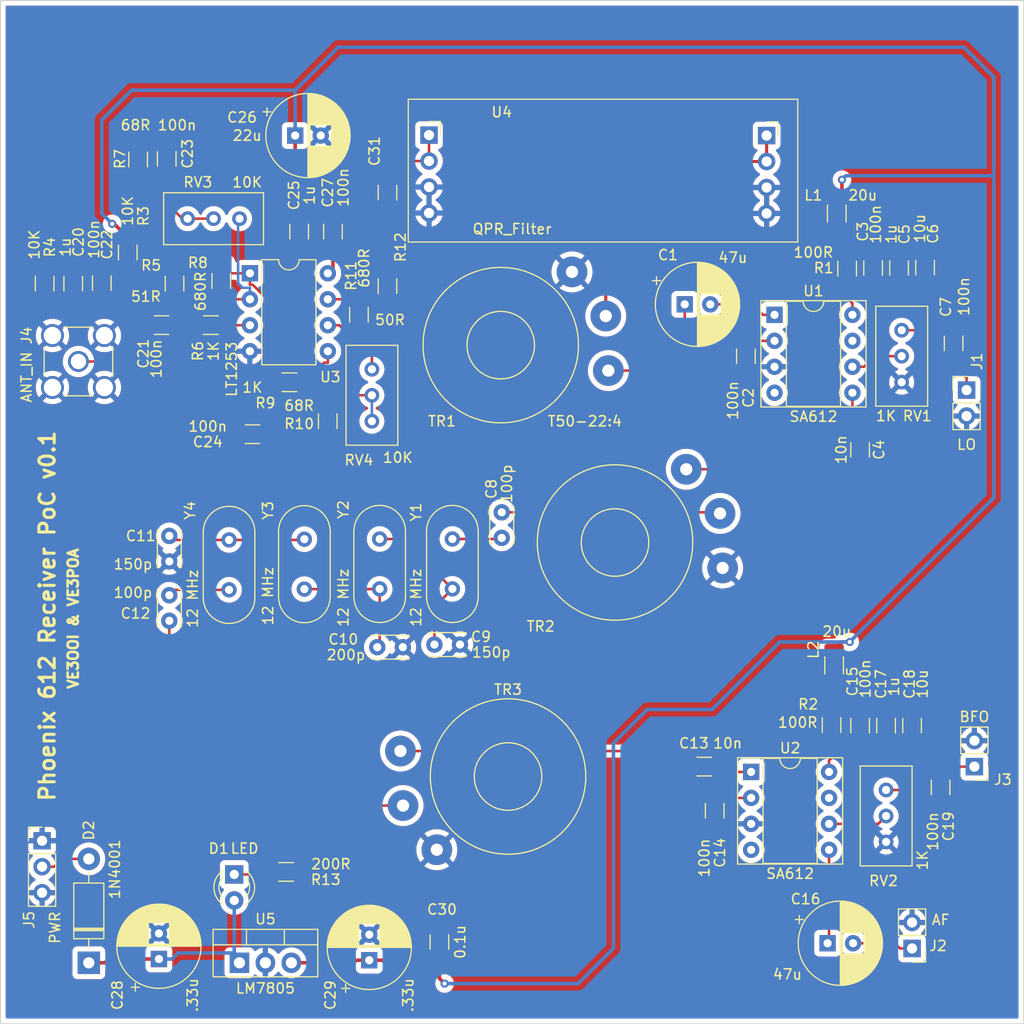
<source format=kicad_pcb>
(kicad_pcb (version 20211014) (generator pcbnew)
  (layers (0 "F.Cu" signal) (31 "B.Cu" signal) (34 "B.Paste" user) (35 "F.Paste" user) (36 "B.SilkS" user "B.Silkscreen") (37 "F.SilkS" user "F.Silkscreen") (38 "B.Mask" user) (39 "F.Mask" user) (44 "Edge.Cuts" user))
  (net 0 "")
  (net 1 "IFRFIN")
  (net 2 "Net-(C1-Pad1)")
  (net 3 "GND")
  (net 4 "Net-(C2-Pad1)")
  (net 5 "Net-(C3-Pad1)")
  (net 6 "RX5V")
  (net 7 "Net-(C10-Pad1)")
  (net 8 "Net-(C11-Pad1)")
  (net 9 "Net-(C12-Pad1)")
  (net 10 "Net-(C12-Pad2)")
  (net 11 "Net-(C15-Pad1)")
  (net 12 "Net-(C16-Pad1)")
  (net 13 "Net-(C19-Pad1)")
  (net 14 "Net-(C20-Pad1)")
  (net 15 "Net-(C21-Pad1)")
  (net 16 "Net-(C21-Pad2)")
  (net 17 "Net-(C23-Pad1)")
  (net 18 "Net-(C24-Pad1)")
  (net 19 "IFAFOUT")
  (net 20 "12V")
  (net 21 "Net-(L1-Pad2)")
  (net 22 "Net-(L2-Pad2)")
  (net 23 "Net-(R6-Pad2)")
  (net 24 "Net-(R7-Pad1)")
  (net 25 "Net-(R8-Pad1)")
  (net 26 "Net-(R8-Pad2)")
  (net 27 "Net-(R9-Pad2)")
  (net 28 "Net-(C1-Pad2)")
  (net 29 "Net-(C4-Pad1)")
  (net 30 "Net-(C4-Pad2)")
  (net 31 "Net-(C7-Pad1)")
  (net 32 "Net-(C7-Pad2)")
  (net 33 "Net-(C8-Pad1)")
  (net 34 "Net-(C8-Pad2)")
  (net 35 "Net-(C9-Pad1)")
  (net 36 "Net-(C13-Pad1)")
  (net 37 "Net-(C13-Pad2)")
  (net 38 "Net-(C14-Pad1)")
  (net 39 "Net-(C19-Pad2)")
  (net 40 "Net-(D1-Pad1)")
  (net 41 "Net-(D2-Pad2)")
  (net 42 "Net-(R10-Pad1)")
  (net 43 "Net-(R11-Pad1)")
  (net 44 "Net-(R11-Pad2)")
  (net 45 "Net-(R12-Pad2)")
  (net 46 "Net-(RV1-Pad2)")
  (net 47 "Net-(RV2-Pad2)")
  (net 52 "Net-(U4-Pad1)")
  (footprint "Custom_RF:QRPLabs_Filter_TH" (layer "F.Cu") (at 76.708 36.576)
    (fp_text reference "U4")
    (fp_text value "QPR_Filter")
  )
  (footprint "Custom_RF:T50-1Tap-Close" (layer "F.Cu") (at 62.738 92.456)
    (fp_text reference "TR3")
    (fp_text value "T50-18:7")
  )
  (footprint "Potentiometer_THT:Potentiometer_Bourns_3296W_Vertical" (layer "F.Cu") (at 111.252 95.25 90)
    (fp_text reference "RV2")
    (fp_text value "1K")
  )
  (footprint "Capacitor_SMD:C_1206_3216Metric" (layer "F.Cu") (at 112.522 44.196 90)
    (fp_text reference "C5")
    (fp_text value "1u")
  )
  (footprint "Capacitor_SMD:C_1206_3216Metric" (layer "F.Cu") (at 108.712 61.976 -90)
    (fp_text reference "C4")
    (fp_text value "10n")
  )
  (footprint "Capacitor_SMD:C_1206_3216Metric" (layer "F.Cu") (at 115.062 44.147 90)
    (fp_text reference "C6")
    (fp_text value "10u")
  )
  (footprint "Capacitor_THT:CP_Radial_D8.0mm_P2.50mm" (layer "F.Cu") (at 40.132 111.779351 90)
    (fp_text reference "C28")
    (fp_text value ".33u")
  )
  (footprint "Resistor_SMD:R_1206_3216Metric" (layer "F.Cu") (at 38.1 33.5895 90)
    (fp_text reference "R7")
    (fp_text value "68R")
  )
  (footprint "Connector_PinHeader_2.54mm:PinHeader_1x02_P2.54mm_Vertical" (layer "F.Cu") (at 119.126 56.134)
    (fp_text reference "J1")
    (fp_text value "LO")
  )
  (footprint "Resistor_SMD:R_1206_3216Metric" (layer "F.Cu") (at 45.212 49.784)
    (fp_text reference "R6")
    (fp_text value "1K")
  )
  (footprint "Capacitor_SMD:C_1206_3216Metric" (layer "F.Cu") (at 34.544 45.671 -90)
    (fp_text reference "C22")
    (fp_text value "100n")
  )
  (footprint "Capacitor_SMD:C_1206_3216Metric" (layer "F.Cu") (at 67.564 110.118651 90)
    (fp_text reference "C30")
    (fp_text value "0.1u")
  )
  (footprint "Resistor_SMD:R_1206_3216Metric" (layer "F.Cu") (at 59.69 48.768 -90)
    (fp_text reference "R11")
    (fp_text value "680R")
  )
  (footprint "Capacitor_SMD:C_1206_3216Metric" (layer "F.Cu") (at 117.856 51.562 90)
    (fp_text reference "C7")
    (fp_text value "100n")
  )
  (footprint "Crystal:Crystal_HC49-4H_Vertical" (layer "F.Cu") (at 54.356 75.602 90)
    (fp_text reference "Y3")
    (fp_text value "12 MHz")
  )
  (footprint "Capacitor_SMD:C_1206_3216Metric" (layer "F.Cu") (at 31.75 45.72 -90)
    (fp_text reference "C20")
    (fp_text value "1u")
  )
  (footprint "Resistor_SMD:R_1206_3216Metric" (layer "F.Cu") (at 37.084 42.672 -90)
    (fp_text reference "R3")
    (fp_text value "10K")
  )
  (footprint "Connector_PinHeader_2.54mm:PinHeader_1x03_P2.54mm_Vertical" (layer "F.Cu") (at 28.702 100.212651)
    (fp_text reference "J5")
    (fp_text value "PWR")
  )
  (footprint "Package_DIP:DIP-8_W7.62mm_Socket" (layer "F.Cu") (at 100.34 48.778)
    (fp_text reference "U1")
    (fp_text value "SA612")
  )
  (footprint "Capacitor_THT:C_Disc_D3.4mm_W2.1mm_P2.50mm" (layer "F.Cu") (at 61.488 81.28)
    (fp_text reference "C10")
    (fp_text value "200p")
  )
  (footprint "Capacitor_SMD:C_1206_3216Metric" (layer "F.Cu") (at 111.252 88.949 90)
    (fp_text reference "C17")
    (fp_text value "1u")
  )
  (footprint "Capacitor_SMD:C_1206_3216Metric" (layer "F.Cu") (at 62.484 36.83 90)
    (fp_text reference "C31")
    (fp_text value "100n")
  )
  (footprint "Crystal:Crystal_HC49-4H_Vertical" (layer "F.Cu") (at 68.834 70.702 -90)
    (fp_text reference "Y1")
    (fp_text value "12 MHz")
  )
  (footprint "Capacitor_THT:CP_Radial_D8.0mm_P2.50mm" (layer "F.Cu") (at 53.4573 31.242)
    (fp_text reference "C26")
    (fp_text value "22u")
  )
  (footprint "Capacitor_THT:C_Disc_D3.4mm_W2.1mm_P2.50mm" (layer "F.Cu") (at 41.148 70.398 -90)
    (fp_text reference "C11")
    (fp_text value "150p")
  )
  (footprint "Capacitor_THT:CP_Radial_D8.0mm_P2.50mm" (layer "F.Cu") (at 105.5273 110.236)
    (fp_text reference "C16")
    (fp_text value "47u")
  )
  (footprint "Diode_THT:D_DO-41_SOD81_P10.16mm_Horizontal" (layer "F.Cu") (at 33.274 112.150651 90)
    (fp_text reference "D2")
    (fp_text value "1N4001")
  )
  (footprint "Resistor_SMD:R_1206_3216Metric" (layer "F.Cu") (at 105.918 88.9 -90)
    (fp_text reference "R2")
    (fp_text value "100R")
  )
  (footprint "Resistor_SMD:R_1206_3216Metric" (layer "F.Cu") (at 41.656 45.72 90)
    (fp_text reference "R5")
    (fp_text value "51R")
  )
  (footprint "Capacitor_SMD:C_1206_3216Metric" (layer "F.Cu") (at 57.15 40.64 90)
    (fp_text reference "C27")
    (fp_text value "100n")
  )
  (footprint "Resistor_SMD:R_1206_3216Metric" (layer "F.Cu") (at 62.484 45.974 90)
    (fp_text reference "R12")
    (fp_text value "50R")
  )
  (footprint "Connector_Coaxial:SMA_Amphenol_901-144_Vertical" (layer "F.Cu") (at 32.258 53.34)
    (fp_text reference "J4")
    (fp_text value "ANT_IN")
  )
  (footprint "Resistor_SMD:R_1206_3216Metric" (layer "F.Cu") (at 52.8935 55.372)
    (fp_text reference "R9")
    (fp_text value "1K")
  )
  (footprint "Resistor_SMD:R_1206_3216Metric" (layer "F.Cu") (at 28.956 45.72 -90)
    (fp_text reference "R4")
    (fp_text value "10K")
  )
  (footprint "Capacitor_SMD:C_1206_3216Metric" (layer "F.Cu") (at 40.386 49.784)
    (fp_text reference "C21")
    (fp_text value "100n")
  )
  (footprint "Capacitor_THT:C_Disc_D3.4mm_W2.1mm_P2.50mm" (layer "F.Cu") (at 41.148 76.2 -90)
    (fp_text reference "C12")
    (fp_text value "100p")
  )
  (footprint "Package_DIP:DIP-8_W7.62mm" (layer "F.Cu") (at 49.032 44.714)
    (fp_text reference "U3")
    (fp_text value "LT1253")
  )
  (footprint "Resistor_SMD:R_1206_3216Metric" (layer "F.Cu") (at 107.442 44.2575 -90)
    (fp_text reference "R1")
    (fp_text value "100R")
  )
  (footprint "Package_DIP:DIP-8_W7.62mm_Socket" (layer "F.Cu") (at 98.054 93.482)
    (fp_text reference "U2")
    (fp_text value "SA612")
  )
  (footprint "Capacitor_SMD:C_1206_3216Metric" (layer "F.Cu") (at 53.848 40.64 90)
    (fp_text reference "C25")
    (fp_text value "1u")
  )
  (footprint "Resistor_SMD:R_1206_3216Metric" (layer "F.Cu") (at 56.642 59.182 -90)
    (fp_text reference "R10")
    (fp_text value "68R")
  )
  (footprint "Resistor_SMD:R_1206_3216Metric" (layer "F.Cu") (at 52.578 103.260651)
    (fp_text reference "R13")
    (fp_text value "200R")
  )
  (footprint "LED_THT:LED_D3.0mm" (layer "F.Cu") (at 47.498 103.509651 -90)
    (fp_text reference "D1")
    (fp_text value "LED")
  )
  (footprint "Potentiometer_THT:Potentiometer_Bourns_3296W_Vertical" (layer "F.Cu") (at 112.776 50.282 90)
    (fp_text reference "RV1")
    (fp_text value "1K")
  )
  (footprint "Crystal:Crystal_HC49-4H_Vertical" (layer "F.Cu") (at 46.99 70.792 -90)
    (fp_text reference "Y4")
    (fp_text value "12 MHz")
  )
  (footprint "Inductor_SMD:L_1206_3216Metric" (layer "F.Cu") (at 106.172 83.058 -90)
    (fp_text reference "L2")
    (fp_text value "20u")
  )
  (footprint "Custom_RF:T50-1Tap-Close" (layer "F.Cu") (at 85.104 53.213 180)
    (fp_text reference "TR1")
    (fp_text value "T50-22:4")
  )
  (footprint "Capacitor_SMD:C_1206_3216Metric" (layer "F.Cu") (at 109.982 44.196 90)
    (fp_text reference "C3")
    (fp_text value "100n")
  )
  (footprint "Resistor_SMD:R_1206_3216Metric" (layer "F.Cu") (at 46.228 45.466 90)
    (fp_text reference "R8")
    (fp_text value "680R")
  )
  (footprint "Capacitor_THT:CP_Radial_D8.0mm_P2.50mm" (layer "F.Cu") (at 91.5573 47.752)
    (fp_text reference "C1")
    (fp_text value "47u")
  )
  (footprint "Capacitor_SMD:C_1206_3216Metric" (layer "F.Cu") (at 40.894 33.528 -90)
    (fp_text reference "C23")
    (fp_text value "100n")
  )
  (footprint "Capacitor_THT:CP_Radial_D8.0mm_P2.50mm" (layer "F.Cu") (at 60.706 111.896651 90)
    (fp_text reference "C29")
    (fp_text value ".33u")
  )
  (footprint "Capacitor_SMD:C_1206_3216Metric" (layer "F.Cu") (at 116.586 94.996 -90)
    (fp_text reference "C19")
    (fp_text value "100n")
  )
  (footprint "Crystal:Crystal_HC49-4H_Vertical" (layer "F.Cu") (at 61.722 70.702 -90)
    (fp_text reference "Y2")
    (fp_text value "12 MHz")
  )
  (footprint "Capacitor_SMD:C_1206_3216Metric" (layer "F.Cu") (at 97.536 52.832 -90)
    (fp_text reference "C2")
    (fp_text value "100n")
  )
  (footprint "Capacitor_SMD:C_1206_3216Metric" (layer "F.Cu") (at 49.276 60.452 180)
    (fp_text reference "C24")
    (fp_text value "100n")
  )
  (footprint "Potentiometer_THT:Potentiometer_Bourns_3296W_Vertical" (layer "F.Cu") (at 48.016 39.37)
    (fp_text reference "RV3")
    (fp_text value "10K")
  )
  (footprint "Capacitor_SMD:C_1206_3216Metric" (layer "F.Cu") (at 108.712 88.949 90)
    (fp_text reference "C15")
    (fp_text value "100n")
  )
  (footprint "Capacitor_SMD:C_1206_3216Metric" (layer "F.Cu") (at 94.488 97.282 -90)
    (fp_text reference "C14")
    (fp_text value "100n")
  )
  (footprint "Connector_PinHeader_2.54mm:PinHeader_1x02_P2.54mm_Vertical" (layer "F.Cu") (at 119.888 92.964 180)
    (fp_text reference "J3")
    (fp_text value "BFO")
  )
  (footprint "Inductor_SMD:L_1206_3216Metric" (layer "F.Cu") (at 106.426 38.862 -90)
    (fp_text reference "L1")
    (fp_text value "20u")
  )
  (footprint "Package_TO_SOT_THT:TO-220-3_Vertical" (layer "F.Cu") (at 48.006 112.150651)
    (fp_text reference "U5")
    (fp_text value "LM7805")
  )
  (footprint "Connector_PinHeader_2.54mm:PinHeader_1x02_P2.54mm_Vertical" (layer "F.Cu") (at 113.792 110.749 180)
    (fp_text reference "J2")
    (fp_text value "AF")
  )
  (footprint "Capacitor_SMD:C_1206_3216Metric" (layer "F.Cu") (at 113.792 88.949 90)
    (fp_text reference "C18")
    (fp_text value "10u")
  )
  (footprint "Capacitor_THT:C_Disc_D3.4mm_W2.1mm_P2.50mm" (layer "F.Cu") (at 73.66 68.092 -90)
    (fp_text reference "C8")
    (fp_text value "100p")
  )
  (footprint "Potentiometer_THT:Potentiometer_Bourns_3296W_Vertical" (layer "F.Cu") (at 60.96 54.102 90)
    (fp_text reference "RV4")
    (fp_text value "10K")
  )
  (footprint "Capacitor_SMD:C_1206_3216Metric" (layer "F.Cu") (at 93.472 92.964)
    (fp_text reference "C13")
    (fp_text value "10n")
  )
  (footprint "Capacitor_THT:C_Disc_D3.4mm_W2.1mm_P2.50mm" (layer "F.Cu") (at 67.076 81.026)
    (fp_text reference "C9")
    (fp_text value "150p")
  )
  (footprint "Custom_RF:T50-1Tap-Close" (layer "F.Cu") (at 96.28 72.517 180)
    (fp_text reference "TR2")
    (fp_text value "T50-18:7")
  )
  (gr_rect (start 24.638 18.034) (end 124.714 118.11) (layer "Edge.Cuts") (width 0.1) (fill none))
  (gr_text "VE3OOI & VE3POA" (at 31.75 78.486 90) (layer "F.SilkS") (effects (font (size 1 1) (thickness 0.25))))
  (gr_text "Phoenix 612 Receiver PoC v0.1" (at 29.21 78.232 90) (layer "F.SilkS") (effects (font (size 1.5 1.5) (thickness 0.3))))
  (segment (start 83.834 45.96) (end 93.472 36.322) (width 0.3) (layer "F.Cu") (net 1))
  (segment (start 83.834 48.895) (end 83.834 45.96) (width 0.3) (layer "F.Cu") (net 1))
  (segment (start 94.996 33.782) (end 99.568 33.782) (width 0.3) (layer "F.Cu") (net 1))
  (segment (start 93.472 35.306) (end 94.996 33.782) (width 0.3) (layer "F.Cu") (net 1))
  (segment (start 93.472 36.322) (end 93.472 35.306) (width 0.3) (layer "F.Cu") (net 1))
  (segment (start 99.568 31.242) (end 99.568 33.782) (width 0.3) (layer "F.Cu") (net 1))
  (segment (start 88.011 54.229) (end 91.5573 50.6827) (width 0.25) (layer "F.Cu") (net 2))
  (segment (start 91.5573 50.6827) (end 91.5573 47.752) (width 0.25) (layer "F.Cu") (net 2))
  (segment (start 84.088 54.229) (end 88.011 54.229) (width 0.25) (layer "F.Cu") (net 2))
  (segment (start 112.522 42.721) (end 109.982 42.721) (width 0.25) (layer "F.Cu") (net 3))
  (segment (start 115.062 42.721) (end 115.062 42.672) (width 0.25) (layer "F.Cu") (net 3))
  (segment (start 30.2728 47.1825) (end 28.956 47.1825) (width 0.25) (layer "F.Cu") (net 3))
  (segment (start 111.252 87.474) (end 108.712 87.474) (width 0.25) (layer "F.Cu") (net 3))
  (segment (start 30.2853 47.195) (end 31.75 47.195) (width 0.25) (layer "F.Cu") (net 3))
  (segment (start 34.544 47.146) (end 31.799 47.146) (width 0.25) (layer "F.Cu") (net 3))
  (segment (start 57.15 39.165) (end 53.848 39.165) (width 0.25) (layer "F.Cu") (net 3))
  (segment (start 113.792 87.474) (end 111.4287 87.474) (width 0.25) (layer "F.Cu") (net 3))
  (segment (start 111.4287 87.474) (end 111.252 87.474) (width 0.25) (layer "F.Cu") (net 3))
  (segment (start 30.2853 47.195) (end 30.2728 47.1825) (width 0.25) (layer "F.Cu") (net 3))
  (segment (start 115.062 42.721) (end 112.522 42.721) (width 0.25) (layer "F.Cu") (net 3))
  (segment (start 31.799 47.146) (end 31.75 47.195) (width 0.25) (layer "F.Cu") (net 3))
  (segment (start 97.575 51.318) (end 97.536 51.357) (width 0.25) (layer "F.Cu") (net 4))
  (segment (start 100.34 51.318) (end 97.575 51.318) (width 0.25) (layer "F.Cu") (net 4))
  (segment (start 112.522 45.671) (end 109.982 45.671) (width 0.25) (layer "F.Cu") (net 5))
  (segment (start 115.062 45.622) (end 112.571 45.622) (width 0.25) (layer "F.Cu") (net 5))
  (segment (start 107.491 45.671) (end 107.442 45.72) (width 0.25) (layer "F.Cu") (net 5))
  (segment (start 109.982 45.671) (end 107.491 45.671) (width 0.25) (layer "F.Cu") (net 5))
  (segment (start 107.442 47.1349) (end 107.442 45.72) (width 0.25) (layer "F.Cu") (net 5))
  (segment (start 112.571 45.622) (end 112.522 45.671) (width 0.25) (layer "F.Cu") (net 5))
  (segment (start 107.96 48.778) (end 107.96 47.6529) (width 0.25) (layer "F.Cu") (net 5))
  (segment (start 107.96 47.6529) (end 107.442 47.1349) (width 0.25) (layer "F.Cu") (net 5))
  (segment (start 60.706 111.896651) (end 61.9811 111.896651) (width 0.35) (layer "F.Cu") (net 6))
  (segment (start 53.4573 35.1887) (end 51.562 37.084) (width 0.35) (layer "F.Cu") (net 6))
  (segment (start 62.7186 112.634151) (end 61.9811 111.896651) (width 0.35) (layer "F.Cu") (net 6))
  (segment (start 53.086 112.150651) (end 59.1769 112.150651) (width 0.35) (layer "F.Cu") (net 6))
  (segment (start 60.706 111.896651) (end 59.4309 111.896651) (width 0.35) (layer "F.Cu") (net 6))
  (segment (start 106.934 35.56) (end 106.934 36.779) (width 0.35) (layer "F.Cu") (net 6))
  (segment (start 35.56 39.878) (end 35.7525 39.878) (width 0.35) (layer "F.Cu") (net 6))
  (segment (start 107.696 80.772) (end 106.883 80.772) (width 0.35) (layer "F.Cu") (net 6))
  (segment (start 35.7525 39.878) (end 37.084 41.2095) (width 0.35) (layer "F.Cu") (net 6))
  (segment (start 53.848 42.115) (end 57.15 42.115) (width 0.35) (layer "F.Cu") (net 6))
  (segment (start 57.15 44.216) (end 56.652 44.714) (width 0.35) (layer "F.Cu") (net 6))
  (segment (start 53.4573 31.242) (end 53.4573 35.1887) (width 0.35) (layer "F.Cu") (net 6))
  (segment (start 53.799 42.164) (end 53.848 42.115) (width 0.35) (layer "F.Cu") (net 6))
  (segment (start 67.564 112.634151) (end 67.564 113.674651) (width 0.35) (layer "F.Cu") (net 6))
  (segment (start 106.934 36.779) (end 106.426 37.287) (width 0.35) (layer "F.Cu") (net 6))
  (segment (start 106.883 80.772) (end 106.172 81.483) (width 0.35) (layer "F.Cu") (net 6))
  (segment (start 67.564 111.593651) (end 67.564 112.634151) (width 0.35) (layer "F.Cu") (net 6))
  (segment (start 59.1769 112.150651) (end 59.4309 111.896651) (width 0.35) (layer "F.Cu") (net 6))
  (segment (start 67.564 112.634151) (end 62.7186 112.634151) (width 0.35) (layer "F.Cu") (net 6))
  (segment (start 51.562 37.084) (end 51.562 41.656) (width 0.35) (layer "F.Cu") (net 6))
  (segment (start 57.15 42.115) (end 57.15 44.216) (width 0.35) (layer "F.Cu") (net 6))
  (segment (start 52.07 42.164) (end 53.799 42.164) (width 0.35) (layer "F.Cu") (net 6))
  (segment (start 51.562 41.656) (end 52.07 42.164) (width 0.35) (layer "F.Cu") (net 6))
  (segment (start 67.564 113.674651) (end 68.072 114.182651) (width 0.35) (layer "F.Cu") (net 6))
  (via (at 35.56 39.878) (size 0.8) (drill 0.4) (layers "F.Cu" "B.Cu") (net 6))
  (via (at 68.072 114.182651) (size 0.8) (drill 0.4) (layers "F.Cu" "B.Cu") (net 6))
  (via (at 106.934 35.56) (size 0.8) (drill 0.4) (layers "F.Cu" "B.Cu") (net 6))
  (via (at 107.696 80.772) (size 0.8) (drill 0.4) (layers "F.Cu" "B.Cu") (net 6))
  (segment (start 57.658 22.606) (end 118.872 22.606) (width 0.35) (layer "B.Cu") (net 6))
  (segment (start 53.4573 26.8067) (end 57.658 22.606) (width 0.35) (layer "B.Cu") (net 6))
  (segment (start 53.4573 26.8067) (end 37.4553 26.8067) (width 0.35) (layer "B.Cu") (net 6))
  (segment (start 100.838 80.772) (end 94.234 87.376) (width 0.35) (layer "B.Cu") (net 6))
  (segment (start 34.544 29.718) (end 34.544 38.862) (width 0.35) (layer "B.Cu") (net 6))
  (segment (start 121.793 25.527) (end 121.793 35.179) (width 0.35) (layer "B.Cu") (net 6))
  (segment (start 121.793 66.675) (end 107.696 80.772) (width 0.35) (layer "B.Cu") (net 6))
  (segment (start 81.143349 114.182651) (end 68.072 114.182651) (width 0.35) (layer "B.Cu") (net 6))
  (segment (start 53.4573 31.242) (end 53.4573 26.8067) (width 0.35) (layer "B.Cu") (net 6))
  (segment (start 121.793 35.179) (end 107.315 35.179) (width 0.35) (layer "B.Cu") (net 6))
  (segment (start 87.884 87.376) (end 84.582 90.678) (width 0.35) (layer "B.Cu") (net 6))
  (segment (start 84.582 110.744) (end 81.143349 114.182651) (width 0.35) (layer "B.Cu") (net 6))
  (segment (start 37.4553 26.8067) (end 34.544 29.718) (width 0.35) (layer "B.Cu") (net 6))
  (segment (start 107.696 80.772) (end 100.838 80.772) (width 0.35) (layer "B.Cu") (net 6))
  (segment (start 121.793 35.179) (end 121.793 66.675) (width 0.35) (layer "B.Cu") (net 6))
  (segment (start 107.315 35.179) (end 106.934 35.56) (width 0.35) (layer "B.Cu") (net 6))
  (segment (start 84.582 90.678) (end 84.582 110.744) (width 0.35) (layer "B.Cu") (net 6))
  (segment (start 94.234 87.376) (end 87.884 87.376) (width 0.35) (layer "B.Cu") (net 6))
  (segment (start 34.544 38.862) (end 35.56 39.878) (width 0.35) (layer "B.Cu") (net 6))
  (segment (start 118.872 22.606) (end 121.793 25.527) (width 0.35) (layer "B.Cu") (net 6))
  (segment (start 54.356 75.602) (end 61.702 75.602) (width 0.25) (layer "F.Cu") (net 7))
  (segment (start 61.722 75.582) (end 61.722 81.046) (width 0.25) (layer "F.Cu") (net 7))
  (segment (start 61.702 75.602) (end 61.722 75.582) (width 0.25) (layer "F.Cu") (net 7))
  (segment (start 61.722 81.046) (end 61.488 81.28) (width 0.25) (layer "F.Cu") (net 7))
  (segment (start 46.99 70.792) (end 54.286 70.792) (width 0.25) (layer "F.Cu") (net 8))
  (segment (start 41.148 70.398) (end 41.542 70.792) (width 0.25) (layer "F.Cu") (net 8))
  (segment (start 41.542 70.792) (end 46.99 70.792) (width 0.25) (layer "F.Cu") (net 8))
  (segment (start 54.286 70.792) (end 54.356 70.722) (width 0.25) (layer "F.Cu") (net 8))
  (segment (start 46.99 75.672) (end 41.676 75.672) (width 0.25) (layer "F.Cu") (net 9))
  (segment (start 41.676 75.672) (end 41.148 76.2) (width 0.25) (layer "F.Cu") (net 9))
  (segment (start 64.008 96.774) (end 54.61 96.774) (width 0.25) (layer "F.Cu") (net 10))
  (segment (start 54.61 96.774) (end 41.148 83.312) (width 0.25) (layer "F.Cu") (net 10))
  (segment (start 41.148 83.312) (end 41.148 78.7) (width 0.25) (layer "F.Cu") (net 10))
  (segment (start 113.792 90.424) (end 111.252 90.424) (width 0.25) (layer "F.Cu") (net 11))
  (segment (start 105.918 90.424) (end 108.712 90.424) (width 0.25) (layer "F.Cu") (net 11))
  (segment (start 105.918 90.424) (end 105.918 90.3625) (width 0.25) (layer "F.Cu") (net 11))
  (segment (start 105.918 92.1129) (end 105.918 90.424) (width 0.25) (layer "F.Cu") (net 11))
  (segment (start 105.674 92.3569) (end 105.918 92.1129) (width 0.25) (layer "F.Cu") (net 11))
  (segment (start 111.252 90.424) (end 108.712 90.424) (width 0.25) (layer "F.Cu") (net 11))
  (segment (start 105.674 93.482) (end 105.674 92.3569) (width 0.25) (layer "F.Cu") (net 11))
  (segment (start 105.674 101.102) (end 105.674 110.0893) (width 0.25) (layer "F.Cu") (net 12))
  (segment (start 105.674 110.0893) (end 105.5273 110.236) (width 0.25) (layer "F.Cu") (net 12))
  (segment (start 119.888 92.964) (end 117.143 92.964) (width 0.25) (layer "F.Cu") (net 13))
  (segment (start 117.143 92.964) (end 116.586 93.521) (width 0.25) (layer "F.Cu") (net 13))
  (segment (start 37.084 44.1345) (end 41.533 44.1345) (width 0.25) (layer "F.Cu") (net 14))
  (segment (start 34.544 44.196) (end 34.6055 44.1345) (width 0.25) (layer "F.Cu") (net 14))
  (segment (start 34.544 44.196) (end 31.799 44.196) (width 0.25) (layer "F.Cu") (net 14))
  (segment (start 31.75 44.245) (end 28.9685 44.245) (width 0.25) (layer "F.Cu") (net 14))
  (segment (start 41.533 44.1345) (end 41.656 44.2575) (width 0.25) (layer "F.Cu") (net 14))
  (segment (start 34.6055 44.1345) (end 37.084 44.1345) (width 0.25) (layer "F.Cu") (net 14))
  (segment (start 31.799 44.196) (end 31.75 44.245) (width 0.25) (layer "F.Cu") (net 14))
  (segment (start 28.9685 44.245) (end 28.956 44.2575) (width 0.25) (layer "F.Cu") (net 14))
  (segment (start 35.355 53.34) (end 38.911 49.784) (width 0.25) (layer "F.Cu") (net 15))
  (segment (start 32.258 53.34) (end 35.355 53.34) (width 0.25) (layer "F.Cu") (net 15))
  (segment (start 41.656 47.1825) (end 41.656 49.579) (width 0.25) (layer "F.Cu") (net 16))
  (segment (start 41.861 49.784) (end 43.7495 49.784) (width 0.25) (layer "F.Cu") (net 16))
  (segment (start 41.656 49.579) (end 41.861 49.784) (width 0.25) (layer "F.Cu") (net 16))
  (segment (start 38.174 32.053) (end 38.1 32.127) (width 0.25) (layer "F.Cu") (net 17))
  (segment (start 40.894 32.053) (end 38.174 32.053) (width 0.25) (layer "F.Cu") (net 17))
  (segment (start 50.751 60.452) (end 56.4495 60.452) (width 0.25) (layer "F.Cu") (net 18))
  (segment (start 56.4495 60.452) (end 56.642 60.6445) (width 0.25) (layer "F.Cu") (net 18))
  (segment (start 112.6169 110.749) (end 112.1039 110.236) (width 0.25) (layer "F.Cu") (net 19))
  (segment (start 112.1039 110.236) (end 108.0273 110.236) (width 0.25) (layer "F.Cu") (net 19))
  (segment (start 113.792 110.749) (end 112.6169 110.749) (width 0.25) (layer "F.Cu") (net 19))
  (segment (start 33.274 112.150651) (end 34.8491 112.150651) (width 0.35) (layer "F.Cu") (net 20))
  (segment (start 40.132 111.779351) (end 35.2204 111.779351) (width 0.35) (layer "F.Cu") (net 20))
  (segment (start 35.2204 111.779351) (end 34.8491 112.150651) (width 0.35) (layer "F.Cu") (net 20))
  (segment (start 40.132 111.779351) (end 41.4071 111.779351) (width 0.35) (layer "B.Cu") (net 20))
  (segment (start 41.9965 111.189951) (end 41.4071 111.779351) (width 0.35) (layer "B.Cu") (net 20))
  (segment (start 48.006 111.697951) (end 47.498 111.189951) (width 0.35) (layer "B.Cu") (net 20))
  (segment (start 48.006 112.150651) (end 48.006 111.697951) (width 0.35) (layer "B.Cu") (net 20))
  (segment (start 47.498 111.189951) (end 41.9965 111.189951) (width 0.35) (layer "B.Cu") (net 20))
  (segment (start 47.498 111.189951) (end 47.498 106.049651) (width 0.35) (layer "B.Cu") (net 20))
  (segment (start 107.442 41.453) (end 107.442 42.795) (width 0.25) (layer "F.Cu") (net 21))
  (segment (start 106.426 40.437) (end 107.442 41.453) (width 0.25) (layer "F.Cu") (net 21))
  (segment (start 106.172 84.633) (end 105.918 84.887) (width 0.25) (layer "F.Cu") (net 22))
  (segment (start 105.918 84.887) (end 105.918 87.4375) (width 0.25) (layer "F.Cu") (net 22))
  (segment (start 49.032 49.794) (end 46.6845 49.794) (width 0.25) (layer "F.Cu") (net 23))
  (segment (start 46.6845 49.794) (end 46.6745 49.784) (width 0.25) (layer "F.Cu") (net 23))
  (segment (start 42.936 39.37) (end 42.418 39.37) (width 0.25) (layer "F.Cu") (net 24))
  (segment (start 42.418 39.37) (end 38.1 35.052) (width 0.25) (layer "F.Cu") (net 24))
  (segment (start 45.476 39.37) (end 42.936 39.37) (width 0.25) (layer "F.Cu") (net 24))
  (segment (start 46.5535 47.254) (end 46.228 46.9285) (width 0.25) (layer "F.Cu") (net 25))
  (segment (start 49.032 47.254) (end 46.5535 47.254) (width 0.25) (layer "F.Cu") (net 25))
  (segment (start 49.032 47.254) (end 49.032 46.1289) (width 0.25) (layer "B.Cu") (net 25))
  (segment (start 47.8739 39.5121) (end 47.8739 45.6842) (width 0.25) (layer "B.Cu") (net 25))
  (segment (start 47.8739 45.6842) (end 48.3186 46.1289) (width 0.25) (layer "B.Cu") (net 25))
  (segment (start 48.016 39.37) (end 47.8739 39.5121) (width 0.25) (layer "B.Cu") (net 25))
  (segment (start 48.3186 46.1289) (end 49.032 46.1289) (width 0.25) (layer "B.Cu") (net 25))
  (segment (start 46.228 44.0035) (end 46.9385 44.714) (width 0.25) (layer "F.Cu") (net 26))
  (segment (start 49.3133 45.8391) (end 51.431 47.9568) (width 0.25) (layer "F.Cu") (net 26))
  (segment (start 51.431 47.9568) (end 51.431 55.372) (width 0.25) (layer "F.Cu") (net 26))
  (segment (start 46.9385 44.714) (end 49.032 44.714) (width 0.25) (layer "F.Cu") (net 26))
  (segment (start 49.032 44.714) (end 49.032 45.8391) (width 0.25) (layer "F.Cu") (net 26))
  (segment (start 49.032 45.8391) (end 49.3133 45.8391) (width 0.25) (layer "F.Cu") (net 26))
  (segment (start 56.652 53.4591) (end 56.2689 53.4591) (width 0.25) (layer "F.Cu") (net 27))
  (segment (start 56.652 52.334) (end 56.652 53.4591) (width 0.25) (layer "F.Cu") (net 27))
  (segment (start 56.2689 53.4591) (end 54.356 55.372) (width 0.25) (layer "F.Cu") (net 27))
  (segment (start 94.0573 47.752) (end 98.1889 47.752) (width 0.25) (layer "F.Cu") (net 28))
  (segment (start 100.34 48.778) (end 99.2149 48.778) (width 0.25) (layer "F.Cu") (net 28))
  (segment (start 98.1889 47.752) (end 99.2149 48.778) (width 0.25) (layer "F.Cu") (net 28))
  (segment (start 107.96 56.398) (end 107.96 59.749) (width 0.25) (layer "F.Cu") (net 29))
  (segment (start 107.96 59.749) (end 108.712 60.501) (width 0.25) (layer "F.Cu") (net 29))
  (segment (start 108.282 63.881) (end 108.712 63.451) (width 0.25) (layer "F.Cu") (net 30))
  (segment (start 91.708 63.881) (end 108.282 63.881) (width 0.25) (layer "F.Cu") (net 30))
  (segment (start 119.126 54.9589) (end 117.856 53.6889) (width 0.25) (layer "F.Cu") (net 31))
  (segment (start 117.856 53.6889) (end 117.856 53.037) (width 0.25) (layer "F.Cu") (net 31))
  (segment (start 119.126 56.134) (end 119.126 54.9589) (width 0.25) (layer "F.Cu") (net 31))
  (segment (start 112.776 50.282) (end 117.661 50.282) (width 0.25) (layer "F.Cu") (net 32))
  (segment (start 117.661 50.282) (end 117.856 50.087) (width 0.25) (layer "F.Cu") (net 32))
  (segment (start 73.66 68.092) (end 94.903 68.092) (width 0.25) (layer "F.Cu") (net 33))
  (segment (start 94.903 68.092) (end 95.01 68.199) (width 0.25) (layer "F.Cu") (net 33))
  (segment (start 68.834 70.702) (end 73.55 70.702) (width 0.25) (layer "F.Cu") (net 34))
  (segment (start 73.55 70.702) (end 73.66 70.592) (width 0.25) (layer "F.Cu") (net 34))
  (segment (start 61.722 70.702) (end 63.954 70.702) (width 0.25) (layer "F.Cu") (net 35))
  (segment (start 67.076 77.34) (end 67.076 81.026) (width 0.25) (layer "F.Cu") (net 35))
  (segment (start 63.954 70.702) (end 68.834 75.582) (width 0.25) (layer "F.Cu") (net 35))
  (segment (start 68.834 75.582) (end 67.076 77.34) (width 0.25) (layer "F.Cu") (net 35))
  (segment (start 63.754 91.44) (end 90.473 91.44) (width 0.25) (layer "F.Cu") (net 36))
  (segment (start 90.473 91.44) (end 91.997 92.964) (width 0.25) (layer "F.Cu") (net 36))
  (segment (start 98.054 93.482) (end 95.465 93.482) (width 0.25) (layer "F.Cu") (net 37))
  (segment (start 95.465 93.482) (end 94.947 92.964) (width 0.25) (layer "F.Cu") (net 37))
  (segment (start 98.054 96.022) (end 94.703 96.022) (width 0.25) (layer "F.Cu") (net 38))
  (segment (start 94.703 96.022) (end 94.488 95.807) (width 0.25) (layer "F.Cu") (net 38))
  (segment (start 111.252 95.25) (end 115.365 95.25) (width 0.25) (layer "F.Cu") (net 39))
  (segment (start 115.365 95.25) (end 116.586 96.471) (width 0.25) (layer "F.Cu") (net 39))
  (segment (start 47.498 103.509651) (end 50.8665 103.509651) (width 0.25) (layer "F.Cu") (net 40))
  (segment (start 50.8665 103.509651) (end 51.1155 103.260651) (width 0.25) (layer "F.Cu") (net 40))
  (segment (start 28.702 102.752651) (end 29.8771 102.752651) (width 0.25) (layer "F.Cu") (net 41))
  (segment (start 33.274 101.990651) (end 30.6391 101.990651) (width 0.25) (layer "F.Cu") (net 41))
  (segment (start 30.6391 101.990651) (end 29.8771 102.752651) (width 0.25) (layer "F.Cu") (net 41))
  (segment (start 56.642 57.7195) (end 57.7195 56.642) (width 0.25) (layer "F.Cu") (net 42))
  (segment (start 57.7195 56.642) (end 60.96 56.642) (width 0.25) (layer "F.Cu") (net 42))
  (segment (start 60.96 56.642) (end 60.96 59.182) (width 0.25) (layer "B.Cu") (net 42))
  (segment (start 62.484 47.4365) (end 59.821 47.4365) (width 0.25) (layer "F.Cu") (net 43))
  (segment (start 59.821 47.4365) (end 59.69 47.3055) (width 0.25) (layer "F.Cu") (net 43))
  (segment (start 59.6385 47.254) (end 59.69 47.3055) (width 0.25) (layer "F.Cu") (net 43))
  (segment (start 56.652 47.254) (end 59.6385 47.254) (width 0.25) (layer "F.Cu") (net 43))
  (segment (start 56.652 49.794) (end 57.7771 49.794) (width 0.25) (layer "F.Cu") (net 44))
  (segment (start 60.96 51.5005) (end 59.69 50.2305) (width 0.25) (layer "F.Cu") (net 44))
  (segment (start 59.69 50.2305) (end 58.2136 50.2305) (width 0.25) (layer "F.Cu") (net 44))
  (segment (start 58.2136 50.2305) (end 57.7771 49.794) (width 0.25) (layer "F.Cu") (net 44))
  (segment (start 60.96 54.102) (end 60.96 51.5005) (width 0.25) (layer "F.Cu") (net 44))
  (segment (start 62.484 44.5115) (end 62.484 38.305) (width 0.25) (layer "F.Cu") (net 45))
  (segment (start 110.1211 52.822) (end 109.0851 53.858) (width 0.25) (layer "F.Cu") (net 46))
  (segment (start 107.96 53.858) (end 109.0851 53.858) (width 0.25) (layer "F.Cu") (net 46))
  (segment (start 112.776 52.822) (end 110.1211 52.822) (width 0.25) (layer "F.Cu") (net 46))
  (segment (start 110.48 98.562) (end 111.252 97.79) (width 0.25) (layer "F.Cu") (net 47))
  (segment (start 105.674 98.562) (end 110.48 98.562) (width 0.25) (layer "F.Cu") (net 47))
  (segment (start 64.054 33.736) (end 66.548 33.736) (width 0.25) (layer "F.Cu") (net 52))
  (segment (start 62.484 35.355) (end 62.484 35.306) (width 0.25) (layer "F.Cu") (net 52))
  (segment (start 66.548 33.736) (end 66.548 31.196) (width 0.25) (layer "F.Cu") (net 52))
  (segment (start 62.484 35.306) (end 64.054 33.736) (width 0.25) (layer "F.Cu") (net 52))
  (zone (net 3) (net_name "GND") (layers F&B.Cu) (connect_pads (clearance 0.508)) (min_thickness 0.254) (fill yes (thermal_gap 0.508) (thermal_bridge_width 0.508))
    (polygon (pts (xy 124.714 118.11) (xy 24.638 118.11) (xy 24.638 18.034) (xy 124.714 18.034)))
  )
)
</source>
